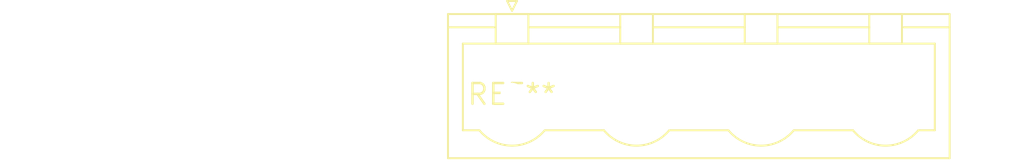
<source format=kicad_pcb>
(kicad_pcb (version 20240108) (generator pcbnew)
  (layers (0 "F.Cu" signal) (31 "B.Cu" signal) (34 "B.Paste" user) (35 "F.Paste" user) (36 "B.SilkS" user "B.Silkscreen") (37 "F.SilkS" user "F.Silkscreen") (38 "B.Mask" user) (39 "F.Mask" user) (44 "Edge.Cuts" user))
  (net 0 "")
  (footprint "PhoenixContact_GMSTBVA_2,5_4-G-7,62_1x04_P7.62mm_Vertical" (layer "F.Cu") (at 0 0)
    (property "Reference" "REF**")
    (property "Value" "PhoenixContact_GMSTBVA_2,5_4-G-7,62_1x04_P7.62mm_Vertical")
    (fp_line (start -3.92 -4.91) (end -3.92 3.91) (layer "F.SilkS") (stroke (width 0.12)))
    (fp_line (start -3.92 -4.1) (end -1.11 -4.1) (layer "F.SilkS") (stroke (width 0.12)))
    (fp_line (start -3.92 3.91) (end 26.78 3.91) (layer "F.SilkS") (stroke (width 0.12)))
    (fp_line (start -3.01 -3.1) (end 25.87 -3.1) (layer "F.SilkS") (stroke (width 0.12)))
    (fp_line (start -3.01 2.2) (end -3.01 -3.1) (layer "F.SilkS") (stroke (width 0.12)))
    (fp_line (start -2 2.2) (end -3.01 2.2) (layer "F.SilkS") (stroke (width 0.12)))
    (fp_line (start -1 -4.91) (end 1 -4.91) (layer "F.SilkS") (stroke (width 0.12)))
    (fp_line (start -1 -3.1) (end -1 -4.91) (layer "F.SilkS") (stroke (width 0.12)))
    (fp_line (start -0.3 -5.71) (end 0.3 -5.71) (layer "F.SilkS") (stroke (width 0.12)))
    (fp_line (start 0 -5.11) (end -0.3 -5.71) (layer "F.SilkS") (stroke (width 0.12)))
    (fp_line (start 0.3 -5.71) (end 0 -5.11) (layer "F.SilkS") (stroke (width 0.12)))
    (fp_line (start 1 -4.91) (end 1 -3.1) (layer "F.SilkS") (stroke (width 0.12)))
    (fp_line (start 1 -4.1) (end 6.62 -4.1) (layer "F.SilkS") (stroke (width 0.12)))
    (fp_line (start 1 -3.1) (end -1 -3.1) (layer "F.SilkS") (stroke (width 0.12)))
    (fp_line (start 2 2.2) (end 5.62 2.2) (layer "F.SilkS") (stroke (width 0.12)))
    (fp_line (start 6.62 -4.91) (end 8.62 -4.91) (layer "F.SilkS") (stroke (width 0.12)))
    (fp_line (start 6.62 -3.1) (end 6.62 -4.91) (layer "F.SilkS") (stroke (width 0.12)))
    (fp_line (start 8.62 -4.91) (end 8.62 -3.1) (layer "F.SilkS") (stroke (width 0.12)))
    (fp_line (start 8.62 -4.1) (end 14.24 -4.1) (layer "F.SilkS") (stroke (width 0.12)))
    (fp_line (start 8.62 -3.1) (end 6.62 -3.1) (layer "F.SilkS") (stroke (width 0.12)))
    (fp_line (start 9.62 2.2) (end 13.24 2.2) (layer "F.SilkS") (stroke (width 0.12)))
    (fp_line (start 14.24 -4.91) (end 16.24 -4.91) (layer "F.SilkS") (stroke (width 0.12)))
    (fp_line (start 14.24 -3.1) (end 14.24 -4.91) (layer "F.SilkS") (stroke (width 0.12)))
    (fp_line (start 16.24 -4.91) (end 16.24 -3.1) (layer "F.SilkS") (stroke (width 0.12)))
    (fp_line (start 16.24 -4.1) (end 21.86 -4.1) (layer "F.SilkS") (stroke (width 0.12)))
    (fp_line (start 16.24 -3.1) (end 14.24 -3.1) (layer "F.SilkS") (stroke (width 0.12)))
    (fp_line (start 17.24 2.2) (end 20.86 2.2) (layer "F.SilkS") (stroke (width 0.12)))
    (fp_line (start 21.86 -4.91) (end 23.86 -4.91) (layer "F.SilkS") (stroke (width 0.12)))
    (fp_line (start 21.86 -3.1) (end 21.86 -4.91) (layer "F.SilkS") (stroke (width 0.12)))
    (fp_line (start 23.86 -4.91) (end 23.86 -3.1) (layer "F.SilkS") (stroke (width 0.12)))
    (fp_line (start 23.86 -3.1) (end 21.86 -3.1) (layer "F.SilkS") (stroke (width 0.12)))
    (fp_line (start 25.87 -3.1) (end 25.87 2.2) (layer "F.SilkS") (stroke (width 0.12)))
    (fp_line (start 25.87 2.2) (end 24.86 2.2) (layer "F.SilkS") (stroke (width 0.12)))
    (fp_line (start 26.78 -4.91) (end -3.92 -4.91) (layer "F.SilkS") (stroke (width 0.12)))
    (fp_line (start 26.78 -4.1) (end 23.97 -4.1) (layer "F.SilkS") (stroke (width 0.12)))
    (fp_line (start 26.78 3.91) (end 26.78 -4.91) (layer "F.SilkS") (stroke (width 0.12)))
    (fp_arc (start 1.986842 2.215821) (mid -0.010289 3.142758) (end -2 2.2) (layer "F.SilkS") (stroke (width 0.12)))
    (fp_arc (start 9.606842 2.215821) (mid 7.609711 3.142758) (end 5.62 2.2) (layer "F.SilkS") (stroke (width 0.12)))
    (fp_arc (start 17.226842 2.215821) (mid 15.229711 3.142758) (end 13.24 2.2) (layer "F.SilkS") (stroke (width 0.12)))
    (fp_arc (start 24.846842 2.215821) (mid 22.849711 3.142758) (end 20.86 2.2) (layer "F.SilkS") (stroke (width 0.12)))
    (pad "1" thru_hole roundrect (at 0 0) (size 2.1 3.6) (drill 1.4) (layers *.Cu *.Mask) (remove_unused_layers) (roundrect_rratio 0.119048))
    (pad "2" thru_hole oval (at 7.62 0) (size 2.1 3.6) (drill 1.4) (layers *.Cu *.Mask) (remove_unused_layers))
    (pad "3" thru_hole oval (at 15.24 0) (size 2.1 3.6) (drill 1.4) (layers *.Cu *.Mask) (remove_unused_layers))
    (pad "4" thru_hole oval (at 22.86 0) (size 2.1 3.6) (drill 1.4) (layers *.Cu *.Mask) (remove_unused_layers))
  )
)
</source>
